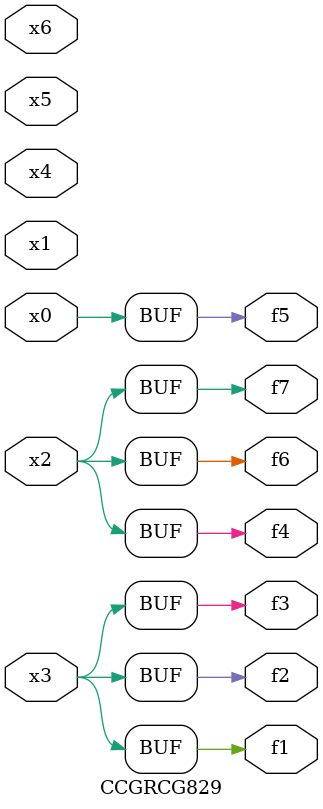
<source format=v>
module CCGRCG829(
	input x0, x1, x2, x3, x4, x5, x6,
	output f1, f2, f3, f4, f5, f6, f7
);
	assign f1 = x3;
	assign f2 = x3;
	assign f3 = x3;
	assign f4 = x2;
	assign f5 = x0;
	assign f6 = x2;
	assign f7 = x2;
endmodule

</source>
